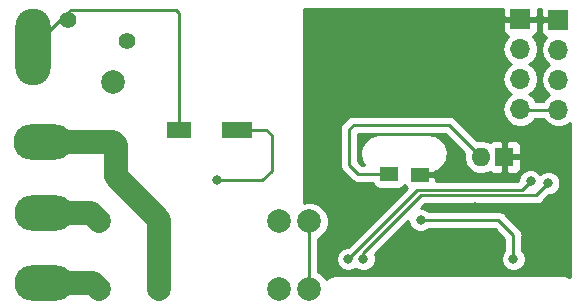
<source format=gbr>
G04 #@! TF.GenerationSoftware,KiCad,Pcbnew,(5.0.2)-1*
G04 #@! TF.CreationDate,2019-05-25T20:09:21+08:00*
G04 #@! TF.ProjectId,2RELAY,3252454c-4159-42e6-9b69-6361645f7063,rev?*
G04 #@! TF.SameCoordinates,Original*
G04 #@! TF.FileFunction,Copper,L2,Bot*
G04 #@! TF.FilePolarity,Positive*
%FSLAX46Y46*%
G04 Gerber Fmt 4.6, Leading zero omitted, Abs format (unit mm)*
G04 Created by KiCad (PCBNEW (5.0.2)-1) date 2019-05-25 20:09:21*
%MOMM*%
%LPD*%
G01*
G04 APERTURE LIST*
G04 #@! TA.AperFunction,ComponentPad*
%ADD10R,1.700000X1.700000*%
G04 #@! TD*
G04 #@! TA.AperFunction,ComponentPad*
%ADD11O,1.700000X1.700000*%
G04 #@! TD*
G04 #@! TA.AperFunction,SMDPad,CuDef*
%ADD12R,1.500000X1.200000*%
G04 #@! TD*
G04 #@! TA.AperFunction,SMDPad,CuDef*
%ADD13R,2.500000X1.400000*%
G04 #@! TD*
G04 #@! TA.AperFunction,SMDPad,CuDef*
%ADD14R,2.000000X1.400000*%
G04 #@! TD*
G04 #@! TA.AperFunction,ComponentPad*
%ADD15C,2.000000*%
G04 #@! TD*
G04 #@! TA.AperFunction,ComponentPad*
%ADD16O,1.600000X1.600000*%
G04 #@! TD*
G04 #@! TA.AperFunction,ComponentPad*
%ADD17R,1.600000X1.600000*%
G04 #@! TD*
G04 #@! TA.AperFunction,ComponentPad*
%ADD18O,5.000000X3.000000*%
G04 #@! TD*
G04 #@! TA.AperFunction,ComponentPad*
%ADD19O,3.000000X6.500000*%
G04 #@! TD*
G04 #@! TA.AperFunction,ComponentPad*
%ADD20C,1.400000*%
G04 #@! TD*
G04 #@! TA.AperFunction,ViaPad*
%ADD21C,0.800000*%
G04 #@! TD*
G04 #@! TA.AperFunction,Conductor*
%ADD22C,0.250000*%
G04 #@! TD*
G04 #@! TA.AperFunction,Conductor*
%ADD23C,2.000000*%
G04 #@! TD*
G04 #@! TA.AperFunction,Conductor*
%ADD24C,0.254000*%
G04 #@! TD*
G04 APERTURE END LIST*
D10*
G04 #@! TO.P,J6,1*
G04 #@! TO.N,GND*
X173829980Y-101079300D03*
D11*
G04 #@! TO.P,J6,2*
G04 #@! TO.N,A4*
X173829980Y-103619300D03*
G04 #@! TO.P,J6,3*
G04 #@! TO.N,A5*
X173829980Y-106159300D03*
G04 #@! TO.P,J6,4*
G04 #@! TO.N,VCC*
X173829980Y-108699300D03*
G04 #@! TD*
D12*
G04 #@! TO.P,PS1,4*
G04 #@! TO.N,GND*
X165331420Y-114247740D03*
G04 #@! TO.P,PS1,3*
G04 #@! TO.N,VCC*
X162705060Y-114224880D03*
D13*
G04 #@! TO.P,PS1,2*
G04 #@! TO.N,Net-(F1-Pad1)*
X149806660Y-110456980D03*
D14*
G04 #@! TO.P,PS1,1*
G04 #@! TO.N,N*
X144951660Y-110456980D03*
G04 #@! TD*
D15*
G04 #@! TO.P,K1,3*
G04 #@! TO.N,L*
X143280280Y-118220640D03*
G04 #@! TO.P,K1,1*
G04 #@! TO.N,VCC*
X155980280Y-118220640D03*
G04 #@! TO.P,K1,2*
G04 #@! TO.N,Net-(D1-Pad1)*
X153440280Y-118220640D03*
G04 #@! TO.P,K1,4*
G04 #@! TO.N,L1*
X138200280Y-118220640D03*
G04 #@! TD*
G04 #@! TO.P,K2,4*
G04 #@! TO.N,L2*
X138203940Y-123926600D03*
G04 #@! TO.P,K2,2*
G04 #@! TO.N,Net-(D2-Pad1)*
X153443940Y-123926600D03*
G04 #@! TO.P,K2,1*
G04 #@! TO.N,VCC*
X155983940Y-123926600D03*
G04 #@! TO.P,K2,3*
G04 #@! TO.N,L*
X143283940Y-123926600D03*
G04 #@! TD*
D16*
G04 #@! TO.P,C1,1*
G04 #@! TO.N,VCC*
X170493940Y-112758220D03*
D17*
G04 #@! TO.P,C1,2*
G04 #@! TO.N,GND*
X172493940Y-112758220D03*
G04 #@! TD*
D10*
G04 #@! TO.P,J4,1*
G04 #@! TO.N,GND*
X177068480Y-101127560D03*
D11*
G04 #@! TO.P,J4,2*
G04 #@! TO.N,A3*
X177068480Y-103667560D03*
G04 #@! TO.P,J4,3*
G04 #@! TO.N,A2*
X177068480Y-106207560D03*
G04 #@! TO.P,J4,4*
G04 #@! TO.N,VCC*
X177068480Y-108747560D03*
G04 #@! TD*
D18*
G04 #@! TO.P,J5,1*
G04 #@! TO.N,L2*
X133520180Y-123398280D03*
G04 #@! TD*
D19*
G04 #@! TO.P,J3,1*
G04 #@! TO.N,N*
X132618480Y-103451660D03*
G04 #@! TD*
D18*
G04 #@! TO.P,J2,1*
G04 #@! TO.N,L1*
X133507480Y-117475000D03*
G04 #@! TD*
G04 #@! TO.P,J1,1*
G04 #@! TO.N,L*
X133464300Y-111500000D03*
G04 #@! TD*
D15*
G04 #@! TO.P,F1,1*
G04 #@! TO.N,Net-(F1-Pad1)*
X139334240Y-106433620D03*
G04 #@! TO.P,F1,2*
G04 #@! TO.N,L*
X139324240Y-111513620D03*
G04 #@! TD*
D20*
G04 #@! TO.P,TH1,1*
G04 #@! TO.N,Net-(F1-Pad1)*
X140573760Y-102974140D03*
G04 #@! TO.P,TH1,2*
G04 #@! TO.N,N*
X135573760Y-101174140D03*
G04 #@! TD*
D21*
G04 #@! TO.N,GND*
X176814480Y-121531380D03*
X168869360Y-114396520D03*
X171940220Y-121363433D03*
X170035220Y-116972080D03*
G04 #@! TO.N,Net-(F1-Pad1)*
X148186140Y-114719100D03*
G04 #@! TO.N,VCC*
X173248320Y-121394220D03*
X165387020Y-118094760D03*
G04 #@! TO.N,A2*
X159245300Y-121401840D03*
X174698660Y-114815620D03*
G04 #@! TO.N,A3*
X160543240Y-121376440D03*
X176199800Y-114985800D03*
G04 #@! TD*
D22*
G04 #@! TO.N,N*
X144959280Y-110505240D02*
X144631620Y-110177580D01*
X133110820Y-103637080D02*
X132412740Y-103637080D01*
X135561060Y-100504000D02*
X135561060Y-101186840D01*
X135755380Y-100309680D02*
X135561060Y-100504000D01*
X144724120Y-100309680D02*
X135755380Y-100309680D01*
X144951660Y-110456980D02*
X144951660Y-100537220D01*
X144951660Y-100537220D02*
X144724120Y-100309680D01*
X134896000Y-101174140D02*
X132618480Y-103451660D01*
X135573760Y-101174140D02*
X134896000Y-101174140D01*
G04 #@! TO.N,Net-(F1-Pad1)*
X152001220Y-114719100D02*
X148186140Y-114719100D01*
X152801320Y-113919000D02*
X152001220Y-114719100D01*
X152801320Y-110929420D02*
X152801320Y-113919000D01*
X149806660Y-110456980D02*
X152328880Y-110456980D01*
X152328880Y-110456980D02*
X152801320Y-110929420D01*
X148186140Y-114719100D02*
X148186140Y-114719100D01*
D23*
G04 #@! TO.N,L*
X139310620Y-111500000D02*
X139324240Y-111513620D01*
X133464300Y-111500000D02*
X139310620Y-111500000D01*
X143280280Y-118073320D02*
X143280280Y-118220640D01*
X139570460Y-114363500D02*
X143280280Y-118073320D01*
X139324240Y-111513620D02*
X139570460Y-111759840D01*
X139570460Y-111759840D02*
X139570460Y-114363500D01*
X143283940Y-118224300D02*
X143280280Y-118220640D01*
X143283940Y-123926600D02*
X143283940Y-118224300D01*
G04 #@! TO.N,L1*
X137454640Y-117475000D02*
X138200280Y-118220640D01*
X133507480Y-117475000D02*
X137454640Y-117475000D01*
D22*
G04 #@! TO.N,VCC*
X162560000Y-114434620D02*
X162511740Y-114482880D01*
X162709280Y-114385240D02*
X162659900Y-114434620D01*
X162659900Y-114434620D02*
X162560000Y-114434620D01*
X162712680Y-114273140D02*
X162862680Y-114273140D01*
X155980280Y-123922940D02*
X155983940Y-123926600D01*
X155980280Y-118220640D02*
X155980280Y-123922940D01*
X155632300Y-117820440D02*
X156442560Y-118630700D01*
X170493940Y-112758220D02*
X167758360Y-110022640D01*
X167758360Y-110022640D02*
X159720280Y-110022640D01*
X159720280Y-110022640D02*
X159324040Y-110418880D01*
X159324040Y-110418880D02*
X159324040Y-113421160D01*
X160127760Y-114224880D02*
X162705060Y-114224880D01*
X159324040Y-113421160D02*
X160127760Y-114224880D01*
X173878240Y-108747560D02*
X173829980Y-108699300D01*
X177068480Y-108747560D02*
X173878240Y-108747560D01*
X173248320Y-119372380D02*
X173248320Y-121394220D01*
X165387020Y-118094760D02*
X171970700Y-118094760D01*
X171970700Y-118094760D02*
X173248320Y-119372380D01*
G04 #@! TO.N,A2*
X173982380Y-115531900D02*
X174298661Y-115215619D01*
X174298661Y-115215619D02*
X174698660Y-114815620D01*
X165115240Y-115531900D02*
X173982380Y-115531900D01*
X159245300Y-121401840D02*
X165115240Y-115531900D01*
D23*
G04 #@! TO.N,L2*
X137675620Y-123398280D02*
X133520180Y-123398280D01*
X138203940Y-123926600D02*
X137675620Y-123398280D01*
D22*
G04 #@! TO.N,A3*
X175200479Y-115985121D02*
X176199800Y-114985800D01*
X165446879Y-115985121D02*
X175200479Y-115985121D01*
X160543240Y-121376440D02*
X160543240Y-120888760D01*
X160543240Y-120888760D02*
X165446879Y-115985121D01*
G04 #@! TD*
D24*
G04 #@! TO.N,GND*
G36*
X172344980Y-100793550D02*
X172503730Y-100952300D01*
X173702980Y-100952300D01*
X173702980Y-100932300D01*
X173956980Y-100932300D01*
X173956980Y-100952300D01*
X175156230Y-100952300D01*
X175314980Y-100793550D01*
X175314980Y-100227200D01*
X175583480Y-100227200D01*
X175583480Y-100841810D01*
X175742230Y-101000560D01*
X176941480Y-101000560D01*
X176941480Y-100980560D01*
X177195480Y-100980560D01*
X177195480Y-101000560D01*
X177215480Y-101000560D01*
X177215480Y-101254560D01*
X177195480Y-101254560D01*
X177195480Y-101274560D01*
X176941480Y-101274560D01*
X176941480Y-101254560D01*
X175742230Y-101254560D01*
X175583480Y-101413310D01*
X175583480Y-102103870D01*
X175680153Y-102337259D01*
X175858782Y-102515887D01*
X176019513Y-102582464D01*
X175997855Y-102596935D01*
X175669641Y-103088142D01*
X175554388Y-103667560D01*
X175669641Y-104246978D01*
X175997855Y-104738185D01*
X176296241Y-104937560D01*
X175997855Y-105136935D01*
X175669641Y-105628142D01*
X175554388Y-106207560D01*
X175669641Y-106786978D01*
X175997855Y-107278185D01*
X176296241Y-107477560D01*
X175997855Y-107676935D01*
X175790302Y-107987560D01*
X175140404Y-107987560D01*
X174900605Y-107628675D01*
X174602219Y-107429300D01*
X174900605Y-107229925D01*
X175228819Y-106738718D01*
X175344072Y-106159300D01*
X175228819Y-105579882D01*
X174900605Y-105088675D01*
X174602219Y-104889300D01*
X174900605Y-104689925D01*
X175228819Y-104198718D01*
X175344072Y-103619300D01*
X175228819Y-103039882D01*
X174900605Y-102548675D01*
X174878947Y-102534204D01*
X175039678Y-102467627D01*
X175218307Y-102288999D01*
X175314980Y-102055610D01*
X175314980Y-101365050D01*
X175156230Y-101206300D01*
X173956980Y-101206300D01*
X173956980Y-101226300D01*
X173702980Y-101226300D01*
X173702980Y-101206300D01*
X172503730Y-101206300D01*
X172344980Y-101365050D01*
X172344980Y-102055610D01*
X172441653Y-102288999D01*
X172620282Y-102467627D01*
X172781013Y-102534204D01*
X172759355Y-102548675D01*
X172431141Y-103039882D01*
X172315888Y-103619300D01*
X172431141Y-104198718D01*
X172759355Y-104689925D01*
X173057741Y-104889300D01*
X172759355Y-105088675D01*
X172431141Y-105579882D01*
X172315888Y-106159300D01*
X172431141Y-106738718D01*
X172759355Y-107229925D01*
X173057741Y-107429300D01*
X172759355Y-107628675D01*
X172431141Y-108119882D01*
X172315888Y-108699300D01*
X172431141Y-109278718D01*
X172759355Y-109769925D01*
X173250562Y-110098139D01*
X173683724Y-110184300D01*
X173976236Y-110184300D01*
X174409398Y-110098139D01*
X174900605Y-109769925D01*
X175075912Y-109507560D01*
X175790302Y-109507560D01*
X175997855Y-109818185D01*
X176489062Y-110146399D01*
X176922224Y-110232560D01*
X177214736Y-110232560D01*
X177647898Y-110146399D01*
X178080601Y-109857276D01*
X178080600Y-122941714D01*
X177957666Y-122884220D01*
X177880787Y-122848265D01*
X177818933Y-122833055D01*
X177799672Y-122820189D01*
X177585271Y-122777571D01*
X158078076Y-122780130D01*
X157863687Y-122822804D01*
X157846628Y-122834205D01*
X157752559Y-122874967D01*
X157638427Y-122916362D01*
X157462401Y-123022905D01*
X157462399Y-123022906D01*
X157402146Y-123077992D01*
X157370026Y-123000447D01*
X156910093Y-122540514D01*
X156740280Y-122470175D01*
X156740280Y-121195966D01*
X158210300Y-121195966D01*
X158210300Y-121607714D01*
X158367869Y-121988120D01*
X158659020Y-122279271D01*
X159039426Y-122436840D01*
X159451174Y-122436840D01*
X159831580Y-122279271D01*
X159906970Y-122203881D01*
X159956960Y-122253871D01*
X160337366Y-122411440D01*
X160749114Y-122411440D01*
X161129520Y-122253871D01*
X161420671Y-121962720D01*
X161578240Y-121582314D01*
X161578240Y-121170566D01*
X161507359Y-120999443D01*
X164352020Y-118154782D01*
X164352020Y-118300634D01*
X164509589Y-118681040D01*
X164800740Y-118972191D01*
X165181146Y-119129760D01*
X165592894Y-119129760D01*
X165973300Y-118972191D01*
X166090731Y-118854760D01*
X171655899Y-118854760D01*
X172488320Y-119687182D01*
X172488321Y-120690508D01*
X172370889Y-120807940D01*
X172213320Y-121188346D01*
X172213320Y-121600094D01*
X172370889Y-121980500D01*
X172662040Y-122271651D01*
X173042446Y-122429220D01*
X173454194Y-122429220D01*
X173834600Y-122271651D01*
X174125751Y-121980500D01*
X174283320Y-121600094D01*
X174283320Y-121188346D01*
X174125751Y-120807940D01*
X174008320Y-120690509D01*
X174008320Y-119447228D01*
X174023208Y-119372380D01*
X174008320Y-119297532D01*
X174008320Y-119297528D01*
X173964224Y-119075843D01*
X173796249Y-118824451D01*
X173732793Y-118782051D01*
X172561031Y-117610290D01*
X172518629Y-117546831D01*
X172267237Y-117378856D01*
X172045552Y-117334760D01*
X172045547Y-117334760D01*
X171970700Y-117319872D01*
X171895853Y-117334760D01*
X166090731Y-117334760D01*
X165973300Y-117217329D01*
X165592894Y-117059760D01*
X165447042Y-117059760D01*
X165761681Y-116745121D01*
X175125632Y-116745121D01*
X175200479Y-116760009D01*
X175275326Y-116745121D01*
X175275331Y-116745121D01*
X175497016Y-116701025D01*
X175748408Y-116533050D01*
X175790810Y-116469592D01*
X176239602Y-116020800D01*
X176405674Y-116020800D01*
X176786080Y-115863231D01*
X177077231Y-115572080D01*
X177234800Y-115191674D01*
X177234800Y-114779926D01*
X177077231Y-114399520D01*
X176786080Y-114108369D01*
X176405674Y-113950800D01*
X175993926Y-113950800D01*
X175613520Y-114108369D01*
X175534320Y-114187569D01*
X175284940Y-113938189D01*
X174904534Y-113780620D01*
X174492786Y-113780620D01*
X174112380Y-113938189D01*
X173821229Y-114229340D01*
X173663660Y-114609746D01*
X173663660Y-114771900D01*
X166716420Y-114771900D01*
X166716420Y-114533490D01*
X166557670Y-114374740D01*
X165458420Y-114374740D01*
X165458420Y-114394740D01*
X165204420Y-114394740D01*
X165204420Y-114374740D01*
X165184420Y-114374740D01*
X165184420Y-114120740D01*
X165204420Y-114120740D01*
X165204420Y-114100740D01*
X165458420Y-114100740D01*
X165458420Y-114120740D01*
X166557670Y-114120740D01*
X166716420Y-113961990D01*
X166716420Y-113945856D01*
X166754029Y-113931997D01*
X167052463Y-113749267D01*
X167122547Y-113684530D01*
X167263124Y-113554679D01*
X167468914Y-113271654D01*
X167468915Y-113271652D01*
X167468916Y-113271651D01*
X167589076Y-113011256D01*
X167670891Y-112671021D01*
X167682255Y-112384464D01*
X167682255Y-112384463D01*
X167627641Y-112038821D01*
X167627475Y-112038369D01*
X167584217Y-111920982D01*
X167528480Y-111769728D01*
X167528479Y-111769727D01*
X167345749Y-111471293D01*
X167259333Y-111377740D01*
X167151160Y-111260631D01*
X166868136Y-111054842D01*
X166607740Y-110934681D01*
X166607738Y-110934680D01*
X166406197Y-110886216D01*
X166392623Y-110877146D01*
X166178228Y-110834500D01*
X161763712Y-110834500D01*
X161549317Y-110877146D01*
X161536667Y-110885598D01*
X161429269Y-110909189D01*
X161317565Y-110958081D01*
X161203151Y-111000243D01*
X160904717Y-111182973D01*
X160867392Y-111217451D01*
X160694055Y-111377562D01*
X160488266Y-111660586D01*
X160417886Y-111813103D01*
X160368104Y-111920984D01*
X160286289Y-112261218D01*
X160277739Y-112476812D01*
X160274925Y-112547775D01*
X160329539Y-112893419D01*
X160329539Y-112893420D01*
X160350593Y-112950553D01*
X160428700Y-113162512D01*
X160428701Y-113162513D01*
X160611431Y-113460947D01*
X160615064Y-113464880D01*
X160442562Y-113464880D01*
X160084040Y-113106359D01*
X160084040Y-110782640D01*
X167443559Y-110782640D01*
X169095252Y-112434334D01*
X169030827Y-112758220D01*
X169142200Y-113318129D01*
X169459363Y-113792797D01*
X169934031Y-114109960D01*
X170352607Y-114193220D01*
X170635273Y-114193220D01*
X171053849Y-114109960D01*
X171229972Y-113992278D01*
X171334242Y-114096547D01*
X171567631Y-114193220D01*
X172208190Y-114193220D01*
X172366940Y-114034470D01*
X172366940Y-112885220D01*
X172620940Y-112885220D01*
X172620940Y-114034470D01*
X172779690Y-114193220D01*
X173420249Y-114193220D01*
X173653638Y-114096547D01*
X173832267Y-113917919D01*
X173928940Y-113684530D01*
X173928940Y-113043970D01*
X173770190Y-112885220D01*
X172620940Y-112885220D01*
X172366940Y-112885220D01*
X172346940Y-112885220D01*
X172346940Y-112631220D01*
X172366940Y-112631220D01*
X172366940Y-111481970D01*
X172620940Y-111481970D01*
X172620940Y-112631220D01*
X173770190Y-112631220D01*
X173928940Y-112472470D01*
X173928940Y-111831910D01*
X173832267Y-111598521D01*
X173653638Y-111419893D01*
X173420249Y-111323220D01*
X172779690Y-111323220D01*
X172620940Y-111481970D01*
X172366940Y-111481970D01*
X172208190Y-111323220D01*
X171567631Y-111323220D01*
X171334242Y-111419893D01*
X171229972Y-111524162D01*
X171053849Y-111406480D01*
X170635273Y-111323220D01*
X170352607Y-111323220D01*
X170170054Y-111359532D01*
X168348691Y-109538170D01*
X168306289Y-109474711D01*
X168054897Y-109306736D01*
X167833212Y-109262640D01*
X167833207Y-109262640D01*
X167758360Y-109247752D01*
X167683513Y-109262640D01*
X159795127Y-109262640D01*
X159720280Y-109247752D01*
X159645433Y-109262640D01*
X159645428Y-109262640D01*
X159423743Y-109306736D01*
X159172351Y-109474711D01*
X159129949Y-109538170D01*
X158839570Y-109828549D01*
X158776111Y-109870951D01*
X158608136Y-110122344D01*
X158564040Y-110344029D01*
X158564040Y-110344033D01*
X158549152Y-110418880D01*
X158564040Y-110493727D01*
X158564041Y-113346308D01*
X158549152Y-113421160D01*
X158608137Y-113717697D01*
X158729704Y-113899634D01*
X158776112Y-113969089D01*
X158839568Y-114011489D01*
X159537431Y-114709353D01*
X159579831Y-114772809D01*
X159643287Y-114815209D01*
X159831222Y-114940784D01*
X159850055Y-114944530D01*
X160052908Y-114984880D01*
X160052912Y-114984880D01*
X160127760Y-114999768D01*
X160202608Y-114984880D01*
X161339446Y-114984880D01*
X161356903Y-115072645D01*
X161497251Y-115282689D01*
X161707295Y-115423037D01*
X161955060Y-115472320D01*
X163455060Y-115472320D01*
X163702825Y-115423037D01*
X163912869Y-115282689D01*
X164012500Y-115133582D01*
X164043093Y-115207439D01*
X164203996Y-115368342D01*
X159205499Y-120366840D01*
X159039426Y-120366840D01*
X158659020Y-120524409D01*
X158367869Y-120815560D01*
X158210300Y-121195966D01*
X156740280Y-121195966D01*
X156740280Y-119675549D01*
X156906433Y-119606726D01*
X157366366Y-119146793D01*
X157615280Y-118545862D01*
X157615280Y-117895418D01*
X157366366Y-117294487D01*
X156906433Y-116834554D01*
X156305502Y-116585640D01*
X155655058Y-116585640D01*
X155502031Y-116649026D01*
X155530901Y-100227200D01*
X172344980Y-100227200D01*
X172344980Y-100793550D01*
X172344980Y-100793550D01*
G37*
X172344980Y-100793550D02*
X172503730Y-100952300D01*
X173702980Y-100952300D01*
X173702980Y-100932300D01*
X173956980Y-100932300D01*
X173956980Y-100952300D01*
X175156230Y-100952300D01*
X175314980Y-100793550D01*
X175314980Y-100227200D01*
X175583480Y-100227200D01*
X175583480Y-100841810D01*
X175742230Y-101000560D01*
X176941480Y-101000560D01*
X176941480Y-100980560D01*
X177195480Y-100980560D01*
X177195480Y-101000560D01*
X177215480Y-101000560D01*
X177215480Y-101254560D01*
X177195480Y-101254560D01*
X177195480Y-101274560D01*
X176941480Y-101274560D01*
X176941480Y-101254560D01*
X175742230Y-101254560D01*
X175583480Y-101413310D01*
X175583480Y-102103870D01*
X175680153Y-102337259D01*
X175858782Y-102515887D01*
X176019513Y-102582464D01*
X175997855Y-102596935D01*
X175669641Y-103088142D01*
X175554388Y-103667560D01*
X175669641Y-104246978D01*
X175997855Y-104738185D01*
X176296241Y-104937560D01*
X175997855Y-105136935D01*
X175669641Y-105628142D01*
X175554388Y-106207560D01*
X175669641Y-106786978D01*
X175997855Y-107278185D01*
X176296241Y-107477560D01*
X175997855Y-107676935D01*
X175790302Y-107987560D01*
X175140404Y-107987560D01*
X174900605Y-107628675D01*
X174602219Y-107429300D01*
X174900605Y-107229925D01*
X175228819Y-106738718D01*
X175344072Y-106159300D01*
X175228819Y-105579882D01*
X174900605Y-105088675D01*
X174602219Y-104889300D01*
X174900605Y-104689925D01*
X175228819Y-104198718D01*
X175344072Y-103619300D01*
X175228819Y-103039882D01*
X174900605Y-102548675D01*
X174878947Y-102534204D01*
X175039678Y-102467627D01*
X175218307Y-102288999D01*
X175314980Y-102055610D01*
X175314980Y-101365050D01*
X175156230Y-101206300D01*
X173956980Y-101206300D01*
X173956980Y-101226300D01*
X173702980Y-101226300D01*
X173702980Y-101206300D01*
X172503730Y-101206300D01*
X172344980Y-101365050D01*
X172344980Y-102055610D01*
X172441653Y-102288999D01*
X172620282Y-102467627D01*
X172781013Y-102534204D01*
X172759355Y-102548675D01*
X172431141Y-103039882D01*
X172315888Y-103619300D01*
X172431141Y-104198718D01*
X172759355Y-104689925D01*
X173057741Y-104889300D01*
X172759355Y-105088675D01*
X172431141Y-105579882D01*
X172315888Y-106159300D01*
X172431141Y-106738718D01*
X172759355Y-107229925D01*
X173057741Y-107429300D01*
X172759355Y-107628675D01*
X172431141Y-108119882D01*
X172315888Y-108699300D01*
X172431141Y-109278718D01*
X172759355Y-109769925D01*
X173250562Y-110098139D01*
X173683724Y-110184300D01*
X173976236Y-110184300D01*
X174409398Y-110098139D01*
X174900605Y-109769925D01*
X175075912Y-109507560D01*
X175790302Y-109507560D01*
X175997855Y-109818185D01*
X176489062Y-110146399D01*
X176922224Y-110232560D01*
X177214736Y-110232560D01*
X177647898Y-110146399D01*
X178080601Y-109857276D01*
X178080600Y-122941714D01*
X177957666Y-122884220D01*
X177880787Y-122848265D01*
X177818933Y-122833055D01*
X177799672Y-122820189D01*
X177585271Y-122777571D01*
X158078076Y-122780130D01*
X157863687Y-122822804D01*
X157846628Y-122834205D01*
X157752559Y-122874967D01*
X157638427Y-122916362D01*
X157462401Y-123022905D01*
X157462399Y-123022906D01*
X157402146Y-123077992D01*
X157370026Y-123000447D01*
X156910093Y-122540514D01*
X156740280Y-122470175D01*
X156740280Y-121195966D01*
X158210300Y-121195966D01*
X158210300Y-121607714D01*
X158367869Y-121988120D01*
X158659020Y-122279271D01*
X159039426Y-122436840D01*
X159451174Y-122436840D01*
X159831580Y-122279271D01*
X159906970Y-122203881D01*
X159956960Y-122253871D01*
X160337366Y-122411440D01*
X160749114Y-122411440D01*
X161129520Y-122253871D01*
X161420671Y-121962720D01*
X161578240Y-121582314D01*
X161578240Y-121170566D01*
X161507359Y-120999443D01*
X164352020Y-118154782D01*
X164352020Y-118300634D01*
X164509589Y-118681040D01*
X164800740Y-118972191D01*
X165181146Y-119129760D01*
X165592894Y-119129760D01*
X165973300Y-118972191D01*
X166090731Y-118854760D01*
X171655899Y-118854760D01*
X172488320Y-119687182D01*
X172488321Y-120690508D01*
X172370889Y-120807940D01*
X172213320Y-121188346D01*
X172213320Y-121600094D01*
X172370889Y-121980500D01*
X172662040Y-122271651D01*
X173042446Y-122429220D01*
X173454194Y-122429220D01*
X173834600Y-122271651D01*
X174125751Y-121980500D01*
X174283320Y-121600094D01*
X174283320Y-121188346D01*
X174125751Y-120807940D01*
X174008320Y-120690509D01*
X174008320Y-119447228D01*
X174023208Y-119372380D01*
X174008320Y-119297532D01*
X174008320Y-119297528D01*
X173964224Y-119075843D01*
X173796249Y-118824451D01*
X173732793Y-118782051D01*
X172561031Y-117610290D01*
X172518629Y-117546831D01*
X172267237Y-117378856D01*
X172045552Y-117334760D01*
X172045547Y-117334760D01*
X171970700Y-117319872D01*
X171895853Y-117334760D01*
X166090731Y-117334760D01*
X165973300Y-117217329D01*
X165592894Y-117059760D01*
X165447042Y-117059760D01*
X165761681Y-116745121D01*
X175125632Y-116745121D01*
X175200479Y-116760009D01*
X175275326Y-116745121D01*
X175275331Y-116745121D01*
X175497016Y-116701025D01*
X175748408Y-116533050D01*
X175790810Y-116469592D01*
X176239602Y-116020800D01*
X176405674Y-116020800D01*
X176786080Y-115863231D01*
X177077231Y-115572080D01*
X177234800Y-115191674D01*
X177234800Y-114779926D01*
X177077231Y-114399520D01*
X176786080Y-114108369D01*
X176405674Y-113950800D01*
X175993926Y-113950800D01*
X175613520Y-114108369D01*
X175534320Y-114187569D01*
X175284940Y-113938189D01*
X174904534Y-113780620D01*
X174492786Y-113780620D01*
X174112380Y-113938189D01*
X173821229Y-114229340D01*
X173663660Y-114609746D01*
X173663660Y-114771900D01*
X166716420Y-114771900D01*
X166716420Y-114533490D01*
X166557670Y-114374740D01*
X165458420Y-114374740D01*
X165458420Y-114394740D01*
X165204420Y-114394740D01*
X165204420Y-114374740D01*
X165184420Y-114374740D01*
X165184420Y-114120740D01*
X165204420Y-114120740D01*
X165204420Y-114100740D01*
X165458420Y-114100740D01*
X165458420Y-114120740D01*
X166557670Y-114120740D01*
X166716420Y-113961990D01*
X166716420Y-113945856D01*
X166754029Y-113931997D01*
X167052463Y-113749267D01*
X167122547Y-113684530D01*
X167263124Y-113554679D01*
X167468914Y-113271654D01*
X167468915Y-113271652D01*
X167468916Y-113271651D01*
X167589076Y-113011256D01*
X167670891Y-112671021D01*
X167682255Y-112384464D01*
X167682255Y-112384463D01*
X167627641Y-112038821D01*
X167627475Y-112038369D01*
X167584217Y-111920982D01*
X167528480Y-111769728D01*
X167528479Y-111769727D01*
X167345749Y-111471293D01*
X167259333Y-111377740D01*
X167151160Y-111260631D01*
X166868136Y-111054842D01*
X166607740Y-110934681D01*
X166607738Y-110934680D01*
X166406197Y-110886216D01*
X166392623Y-110877146D01*
X166178228Y-110834500D01*
X161763712Y-110834500D01*
X161549317Y-110877146D01*
X161536667Y-110885598D01*
X161429269Y-110909189D01*
X161317565Y-110958081D01*
X161203151Y-111000243D01*
X160904717Y-111182973D01*
X160867392Y-111217451D01*
X160694055Y-111377562D01*
X160488266Y-111660586D01*
X160417886Y-111813103D01*
X160368104Y-111920984D01*
X160286289Y-112261218D01*
X160277739Y-112476812D01*
X160274925Y-112547775D01*
X160329539Y-112893419D01*
X160329539Y-112893420D01*
X160350593Y-112950553D01*
X160428700Y-113162512D01*
X160428701Y-113162513D01*
X160611431Y-113460947D01*
X160615064Y-113464880D01*
X160442562Y-113464880D01*
X160084040Y-113106359D01*
X160084040Y-110782640D01*
X167443559Y-110782640D01*
X169095252Y-112434334D01*
X169030827Y-112758220D01*
X169142200Y-113318129D01*
X169459363Y-113792797D01*
X169934031Y-114109960D01*
X170352607Y-114193220D01*
X170635273Y-114193220D01*
X171053849Y-114109960D01*
X171229972Y-113992278D01*
X171334242Y-114096547D01*
X171567631Y-114193220D01*
X172208190Y-114193220D01*
X172366940Y-114034470D01*
X172366940Y-112885220D01*
X172620940Y-112885220D01*
X172620940Y-114034470D01*
X172779690Y-114193220D01*
X173420249Y-114193220D01*
X173653638Y-114096547D01*
X173832267Y-113917919D01*
X173928940Y-113684530D01*
X173928940Y-113043970D01*
X173770190Y-112885220D01*
X172620940Y-112885220D01*
X172366940Y-112885220D01*
X172346940Y-112885220D01*
X172346940Y-112631220D01*
X172366940Y-112631220D01*
X172366940Y-111481970D01*
X172620940Y-111481970D01*
X172620940Y-112631220D01*
X173770190Y-112631220D01*
X173928940Y-112472470D01*
X173928940Y-111831910D01*
X173832267Y-111598521D01*
X173653638Y-111419893D01*
X173420249Y-111323220D01*
X172779690Y-111323220D01*
X172620940Y-111481970D01*
X172366940Y-111481970D01*
X172208190Y-111323220D01*
X171567631Y-111323220D01*
X171334242Y-111419893D01*
X171229972Y-111524162D01*
X171053849Y-111406480D01*
X170635273Y-111323220D01*
X170352607Y-111323220D01*
X170170054Y-111359532D01*
X168348691Y-109538170D01*
X168306289Y-109474711D01*
X168054897Y-109306736D01*
X167833212Y-109262640D01*
X167833207Y-109262640D01*
X167758360Y-109247752D01*
X167683513Y-109262640D01*
X159795127Y-109262640D01*
X159720280Y-109247752D01*
X159645433Y-109262640D01*
X159645428Y-109262640D01*
X159423743Y-109306736D01*
X159172351Y-109474711D01*
X159129949Y-109538170D01*
X158839570Y-109828549D01*
X158776111Y-109870951D01*
X158608136Y-110122344D01*
X158564040Y-110344029D01*
X158564040Y-110344033D01*
X158549152Y-110418880D01*
X158564040Y-110493727D01*
X158564041Y-113346308D01*
X158549152Y-113421160D01*
X158608137Y-113717697D01*
X158729704Y-113899634D01*
X158776112Y-113969089D01*
X158839568Y-114011489D01*
X159537431Y-114709353D01*
X159579831Y-114772809D01*
X159643287Y-114815209D01*
X159831222Y-114940784D01*
X159850055Y-114944530D01*
X160052908Y-114984880D01*
X160052912Y-114984880D01*
X160127760Y-114999768D01*
X160202608Y-114984880D01*
X161339446Y-114984880D01*
X161356903Y-115072645D01*
X161497251Y-115282689D01*
X161707295Y-115423037D01*
X161955060Y-115472320D01*
X163455060Y-115472320D01*
X163702825Y-115423037D01*
X163912869Y-115282689D01*
X164012500Y-115133582D01*
X164043093Y-115207439D01*
X164203996Y-115368342D01*
X159205499Y-120366840D01*
X159039426Y-120366840D01*
X158659020Y-120524409D01*
X158367869Y-120815560D01*
X158210300Y-121195966D01*
X156740280Y-121195966D01*
X156740280Y-119675549D01*
X156906433Y-119606726D01*
X157366366Y-119146793D01*
X157615280Y-118545862D01*
X157615280Y-117895418D01*
X157366366Y-117294487D01*
X156906433Y-116834554D01*
X156305502Y-116585640D01*
X155655058Y-116585640D01*
X155502031Y-116649026D01*
X155530901Y-100227200D01*
X172344980Y-100227200D01*
X172344980Y-100793550D01*
G04 #@! TD*
M02*

</source>
